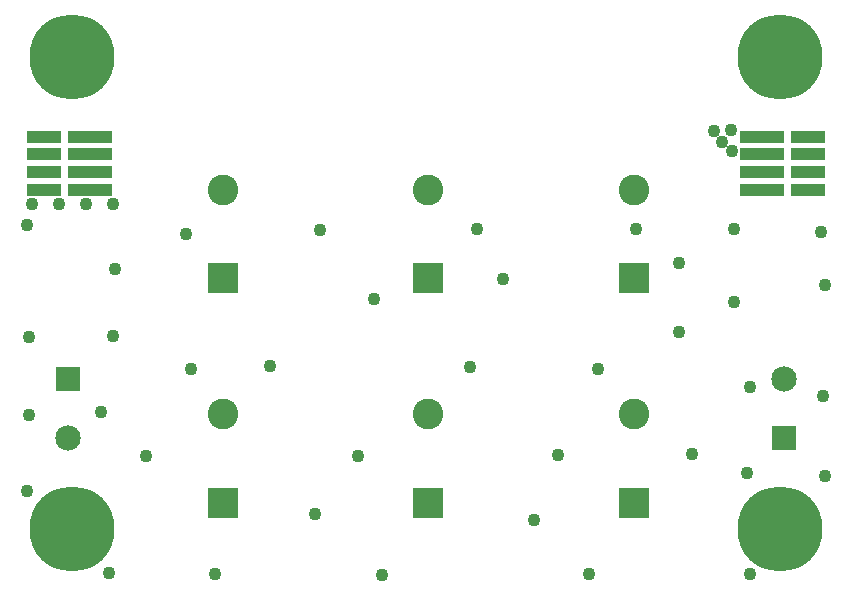
<source format=gts>
G04*
G04 #@! TF.GenerationSoftware,Altium Limited,Altium Designer,19.1.5 (86)*
G04*
G04 Layer_Color=8388736*
%FSLAX44Y44*%
%MOMM*%
G71*
G01*
G75*
%ADD13R,3.7532X1.0532*%
%ADD14R,2.8532X1.0532*%
%ADD15R,2.6032X2.6032*%
%ADD16C,2.6032*%
%ADD17C,2.1532*%
%ADD18R,2.1532X2.1532*%
%ADD19C,7.2032*%
%ADD20C,1.1032*%
D13*
X65790Y337310D02*
D03*
Y352310D02*
D03*
Y367310D02*
D03*
Y382310D02*
D03*
X634210D02*
D03*
Y367310D02*
D03*
Y352310D02*
D03*
Y337310D02*
D03*
D14*
X26790D02*
D03*
Y352310D02*
D03*
Y367310D02*
D03*
Y382310D02*
D03*
X673210D02*
D03*
Y367310D02*
D03*
Y352310D02*
D03*
Y337310D02*
D03*
D15*
X177800Y262500D02*
D03*
X525780D02*
D03*
X351790D02*
D03*
X525780Y72500D02*
D03*
X351790D02*
D03*
X177800D02*
D03*
D16*
Y337500D02*
D03*
X525780D02*
D03*
X351790D02*
D03*
X525780Y147500D02*
D03*
X351790D02*
D03*
X177800D02*
D03*
D17*
X46990Y127000D02*
D03*
X652820Y177000D02*
D03*
D18*
X46990D02*
D03*
X652820Y127000D02*
D03*
D19*
X49996Y50002D02*
D03*
X649996D02*
D03*
Y450002D02*
D03*
X50000Y450000D02*
D03*
D20*
X75000Y149000D02*
D03*
X393000Y304000D02*
D03*
X151000Y186000D02*
D03*
X611000Y242000D02*
D03*
X564000Y217000D02*
D03*
X62000Y325000D02*
D03*
X39000D02*
D03*
X16000D02*
D03*
X608000Y388000D02*
D03*
X609000Y370000D02*
D03*
X601000Y378000D02*
D03*
X85000Y325000D02*
D03*
X611000Y304000D02*
D03*
X415000Y262000D02*
D03*
X260000Y303000D02*
D03*
X306000Y245000D02*
D03*
X496000Y186000D02*
D03*
X528000Y304000D02*
D03*
X624000Y170000D02*
D03*
X564000Y275000D02*
D03*
X387000Y187000D02*
D03*
X218000Y188000D02*
D03*
X147000Y300000D02*
D03*
X87000Y270000D02*
D03*
X85000Y214000D02*
D03*
X14000Y213000D02*
D03*
X622000Y98000D02*
D03*
X462000Y113000D02*
D03*
X256000Y63000D02*
D03*
X575000Y114000D02*
D03*
X292000Y112000D02*
D03*
X441000Y58000D02*
D03*
X113000Y112000D02*
D03*
X14000Y147000D02*
D03*
X12000Y82000D02*
D03*
X82000Y13000D02*
D03*
X171000Y12000D02*
D03*
X313000Y11000D02*
D03*
X488000Y12000D02*
D03*
X624000D02*
D03*
X688000Y95000D02*
D03*
X686000Y163000D02*
D03*
X688000Y257000D02*
D03*
X684000Y302000D02*
D03*
X594000Y387000D02*
D03*
X12000Y308000D02*
D03*
M02*

</source>
